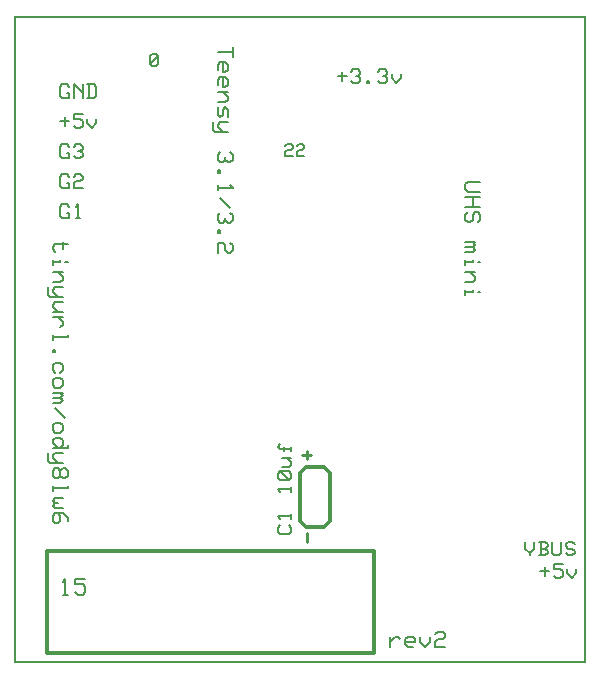
<source format=gto>
G04*
G04 Format:               Gerber RS-274X*
G04 Layer:                TopSilkscreen*
G04 This File Name:       TIUSBKeys.gto*
G04 Source File Name:     TIUSBKeys.rrb*
G04 Unique ID:            8966a901-4822-446d-b114-529644ef4203*
G04 Generated Date:       Saturday, 30 January 2016 18:51:44*
G04*
G04 Created Using:        Robot Room Copper Connection v2.9.5573*
G04 Software Contact:     http://www.robotroom.com/CopperConnection/Support.aspx*
G04 License Number:       1946*
G04*
G04 Zero Suppression:     Leading*
G04 Number Precision:     2.4*
G04*
%FSLAX24Y24*%
%MOIN*%
%LNTopSilkscreen*%
%ADD10C,.006*%
%ADD11C,.0071*%
%ADD12C,.0079*%
%ADD13C,.0105*%
%ADD14C,.012*%
%ADD15C,.037*%
%ADD16C,.056*%
%ADD17C,.065*%
%ADD18C,.075*%
%ADD19C,.15*%
%ADD20R,.006X.006*%
%ADD21R,.065X.065*%
D10*
G01X4500Y19931D02*
Y20186D01*
X4564Y20250D01*
X4691D01*
X4755Y20186D01*
Y19931D01*
X4691Y19868D01*
X4564D01*
X4500Y19931D01*
X4755Y20186D01*
X9000Y17186D02*
X9064Y17250D01*
X9191D01*
X9255Y17186D01*
Y17123D01*
X9191Y17059D01*
X9064D01*
X9000Y16995D01*
Y16867D01*
X9255D01*
X9382Y17186D02*
X9446Y17250D01*
X9574D01*
X9637Y17186D01*
Y17123D01*
X9574Y17059D01*
X9446D01*
X9382Y16995D01*
Y16867D01*
X9637D01*
D11*
X17300Y4000D02*
Y3775D01*
X17150Y3625D01*
X17000Y3775D01*
Y4000D01*
X17150Y3625D02*
Y3550D01*
X17450Y4000D02*
X17675D01*
X17750Y3925D01*
Y3850D01*
X17675Y3775D01*
X17525D01*
X17675D02*
X17750Y3700D01*
Y3625D01*
X17675Y3550D01*
X17450D01*
X17525Y4000D02*
Y3550D01*
X18200Y4000D02*
Y3625D01*
X18125Y3550D01*
X17975D01*
X17900Y3625D01*
Y4000D01*
X18350Y3625D02*
X18425Y3550D01*
X18575D01*
X18650Y3625D01*
Y3700D01*
X18575Y3775D01*
X18425D01*
X18350Y3850D01*
Y3925D01*
X18425Y4000D01*
X18575D01*
X18650Y3925D01*
X10750Y19525D02*
X11050D01*
X10900Y19675D02*
Y19375D01*
X11200Y19675D02*
X11275Y19750D01*
X11425D01*
X11500Y19675D01*
Y19600D01*
X11425Y19525D01*
X11350D01*
X11425D02*
X11500Y19450D01*
Y19375D01*
X11425Y19300D01*
X11275D01*
X11200Y19375D01*
X11725D02*
X11800Y19300D01*
X11725D01*
Y19375D01*
X11800D01*
Y19300D01*
X12100Y19675D02*
X12175Y19750D01*
X12325D01*
X12400Y19675D01*
Y19600D01*
X12325Y19525D01*
X12250D01*
X12325D02*
X12400Y19450D01*
Y19375D01*
X12325Y19300D01*
X12175D01*
X12100Y19375D01*
X12850Y19600D02*
Y19450D01*
X12700Y19300D01*
X12550Y19450D01*
Y19600D01*
X17500Y3025D02*
X17800D01*
X17650Y3175D02*
Y2875D01*
X18250Y3250D02*
X17950D01*
Y3100D01*
X18175D01*
X18250Y3025D01*
Y2875D01*
X18175Y2800D01*
X18025D01*
X17950Y2875D01*
X18700Y3100D02*
Y2950D01*
X18550Y2800D01*
X18400Y2950D01*
Y3100D01*
X9125Y4550D02*
X9200Y4475D01*
Y4325D01*
X9125Y4250D01*
X8825D01*
X8750Y4325D01*
Y4475D01*
X8825Y4550D01*
Y4775D02*
X8750Y4850D01*
X9200D01*
Y4775D02*
Y4925D01*
X8825Y5675D02*
X8750Y5750D01*
X9200D01*
Y5675D02*
Y5825D01*
X9125Y6050D02*
X8825D01*
X8750Y6125D01*
Y6275D01*
X8825Y6350D01*
X9125D01*
X9200Y6275D01*
Y6125D01*
X9125Y6050D01*
X8825Y6350D01*
X9050Y6800D02*
X9200Y6650D01*
Y6575D01*
X9125Y6500D01*
X8900D01*
Y6800D02*
X9200D01*
Y7100D02*
X8825D01*
X8750Y7175D01*
X8825Y7250D01*
X8975Y7025D02*
Y7175D01*
X9200Y7025D02*
Y7175D01*
X1500Y18025D02*
X1800D01*
X1650Y18175D02*
Y17875D01*
X2250Y18250D02*
X1950D01*
Y18100D01*
X2175D01*
X2250Y18025D01*
Y17875D01*
X2175Y17800D01*
X2025D01*
X1950Y17875D01*
X2700Y18100D02*
Y17950D01*
X2550Y17800D01*
X2400Y17950D01*
Y18100D01*
X1725Y18950D02*
X1800D01*
Y18800D01*
X1575D01*
X1500Y18875D01*
Y19175D01*
X1575Y19250D01*
X1725D01*
X1800Y19175D01*
X1950Y18800D02*
Y19250D01*
X2250Y18950D01*
Y19250D02*
Y18800D01*
X2400Y19250D02*
X2625D01*
X2700Y19175D01*
Y18875D01*
X2625Y18800D01*
X2400D01*
X2475Y19250D02*
Y18800D01*
X1725Y16950D02*
X1800D01*
Y16800D01*
X1575D01*
X1500Y16875D01*
Y17175D01*
X1575Y17250D01*
X1725D01*
X1800Y17175D01*
X1950D02*
X2025Y17250D01*
X2175D01*
X2250Y17175D01*
Y17100D01*
X2175Y17025D01*
X2100D01*
X2175D02*
X2250Y16950D01*
Y16875D01*
X2175Y16800D01*
X2025D01*
X1950Y16875D01*
X1725Y14950D02*
X1800D01*
Y14800D01*
X1575D01*
X1500Y14875D01*
Y15175D01*
X1575Y15250D01*
X1725D01*
X1800Y15175D01*
X2025D02*
X2100Y15250D01*
Y14800D01*
X2025D02*
X2175D01*
X1725Y15950D02*
X1800D01*
Y15800D01*
X1575D01*
X1500Y15875D01*
Y16175D01*
X1575Y16250D01*
X1725D01*
X1800Y16175D01*
X1950D02*
X2025Y16250D01*
X2175D01*
X2250Y16175D01*
Y16100D01*
X2175Y16025D01*
X2025D01*
X1950Y15950D01*
Y15800D01*
X2250D01*
D12*
X7250Y20500D02*
Y20165D01*
Y20332D02*
X6748D01*
Y19746D02*
Y19914D01*
X6831Y19998D01*
X6999D01*
X7082Y19914D01*
Y19746D01*
X6999Y19663D01*
X6915D01*
Y19998D01*
X6748Y19244D02*
Y19411D01*
X6831Y19495D01*
X6999D01*
X7082Y19411D01*
Y19244D01*
X6999Y19160D01*
X6915D01*
Y19495D01*
X7082Y18993D02*
X6748D01*
X6915D02*
X7082Y18825D01*
Y18741D01*
X6999Y18658D01*
X6748D01*
X7082Y18155D02*
Y18406D01*
X6999Y18490D01*
X6915Y18406D01*
Y18239D01*
X6831Y18155D01*
X6748Y18239D01*
Y18490D01*
X6915Y17653D02*
X6748Y17820D01*
Y17904D01*
X6831Y17988D01*
X7082D01*
Y17653D02*
X6664D01*
X6580Y17736D01*
Y17988D01*
X7166Y16982D02*
X7250Y16899D01*
Y16731D01*
X7166Y16648D01*
X7082D01*
X6999Y16731D01*
Y16815D01*
Y16731D02*
X6915Y16648D01*
X6831D01*
X6748Y16731D01*
Y16899D01*
X6831Y16982D01*
Y16396D02*
X6748Y16312D01*
Y16396D01*
X6831D01*
Y16312D01*
X6748D01*
X7166Y15894D02*
X7250Y15810D01*
X6748D01*
Y15894D02*
Y15726D01*
X7166Y15140D02*
X6831Y15475D01*
X7166Y14972D02*
X7250Y14889D01*
Y14721D01*
X7166Y14637D01*
X7082D01*
X6999Y14721D01*
Y14805D01*
Y14721D02*
X6915Y14637D01*
X6831D01*
X6748Y14721D01*
Y14889D01*
X6831Y14972D01*
Y14386D02*
X6748Y14302D01*
Y14386D01*
X6831D01*
Y14302D01*
X6748D01*
X7166Y13967D02*
X7250Y13884D01*
Y13716D01*
X7166Y13632D01*
X7082D01*
X6999Y13716D01*
Y13884D01*
X6915Y13967D01*
X6748D01*
Y13632D01*
X1584Y2666D02*
X1667Y2750D01*
Y2247D01*
X1584D02*
X1751D01*
X2337Y2750D02*
X2002D01*
Y2582D01*
X2254D01*
X2337Y2499D01*
Y2331D01*
X2254Y2247D01*
X2086D01*
X2002Y2331D01*
X15500Y15665D02*
X15081D01*
X14997Y15749D01*
Y15916D01*
X15081Y16000D01*
X15500D01*
Y15497D02*
X14997D01*
X15249D02*
Y15162D01*
X15500D02*
X14997D01*
X15081Y14995D02*
X14997Y14911D01*
Y14744D01*
X15081Y14660D01*
X15165D01*
X15249Y14744D01*
Y14911D01*
X15333Y14995D01*
X15416D01*
X15500Y14911D01*
Y14744D01*
X15416Y14660D01*
X15333Y13990D02*
X14997D01*
X15249D02*
X15333Y13906D01*
X15249Y13822D01*
X14997D01*
X15249D02*
X15333Y13739D01*
X15249Y13655D01*
X14997D01*
Y13404D02*
Y13236D01*
X15249Y13404D02*
Y13320D01*
X14997D01*
X15500D02*
X15416D01*
X15333Y12985D02*
X14997D01*
X15165D02*
X15333Y12818D01*
Y12734D01*
X15249Y12650D01*
X14997D01*
Y12399D02*
Y12231D01*
X15249Y12399D02*
Y12315D01*
X14997D01*
X15500D02*
X15416D01*
X12500Y832D02*
Y497D01*
Y665D02*
X12668Y832D01*
X12751D01*
X12835Y749D01*
X13254Y497D02*
X13086D01*
X13002Y581D01*
Y749D01*
X13086Y832D01*
X13254D01*
X13337Y749D01*
Y665D01*
X13002D01*
X13840Y832D02*
Y665D01*
X13672Y497D01*
X13505Y665D01*
Y832D01*
X14008Y916D02*
X14091Y1000D01*
X14259D01*
X14343Y916D01*
Y832D01*
X14259Y749D01*
X14091D01*
X14008Y665D01*
Y497D01*
X14343D01*
X1331Y13665D02*
X1247Y13749D01*
Y13832D01*
X1331Y13916D01*
X1750D01*
X1582Y14000D02*
Y13749D01*
X1247Y13414D02*
Y13246D01*
X1499Y13414D02*
Y13330D01*
X1247D01*
X1750D02*
X1666D01*
X1582Y12995D02*
X1247D01*
X1415D02*
X1582Y12828D01*
Y12744D01*
X1499Y12660D01*
X1247D01*
X1415Y12158D02*
X1247Y12325D01*
Y12409D01*
X1331Y12493D01*
X1582D01*
Y12158D02*
X1164D01*
X1080Y12241D01*
Y12493D01*
X1415Y11655D02*
X1247Y11823D01*
Y11906D01*
X1331Y11990D01*
X1582D01*
Y11655D02*
X1247D01*
X1582Y11488D02*
X1247D01*
X1415D02*
X1582Y11320D01*
Y11236D01*
X1499Y11153D01*
X1750Y10901D02*
Y10818D01*
X1247D01*
Y10901D02*
Y10734D01*
X1331Y10399D02*
X1247Y10315D01*
Y10399D01*
X1331D01*
Y10315D01*
X1247D01*
X1331Y9645D02*
X1247Y9729D01*
Y9896D01*
X1331Y9980D01*
X1499D01*
X1582Y9896D01*
Y9729D01*
X1499Y9645D01*
X1331Y9478D02*
X1499D01*
X1582Y9394D01*
Y9226D01*
X1499Y9143D01*
X1331D01*
X1247Y9226D01*
Y9394D01*
X1331Y9478D01*
X1582Y8975D02*
X1247D01*
X1499D02*
X1582Y8891D01*
X1499Y8808D01*
X1247D01*
X1499D02*
X1582Y8724D01*
X1499Y8640D01*
X1247D01*
X1666Y8138D02*
X1331Y8473D01*
Y7970D02*
X1499D01*
X1582Y7886D01*
Y7719D01*
X1499Y7635D01*
X1331D01*
X1247Y7719D01*
Y7886D01*
X1331Y7970D01*
X1750Y7216D02*
Y7133D01*
X1247D01*
X1415D02*
X1247Y7300D01*
Y7384D01*
X1331Y7468D01*
X1499D01*
X1582Y7384D01*
Y7216D01*
X1499Y7133D01*
X1415Y6630D02*
X1247Y6798D01*
Y6881D01*
X1331Y6965D01*
X1582D01*
Y6630D02*
X1164D01*
X1080Y6714D01*
Y6965D01*
X1499Y6211D02*
X1415Y6128D01*
X1331D01*
X1247Y6211D01*
Y6379D01*
X1331Y6463D01*
X1415D01*
X1499Y6379D01*
X1582Y6463D01*
X1666D01*
X1750Y6379D01*
Y6211D01*
X1666Y6128D01*
X1582D01*
X1499Y6211D01*
Y6379D01*
X1750Y5876D02*
Y5793D01*
X1247D01*
Y5876D02*
Y5709D01*
X1582Y5123D02*
X1331D01*
X1247Y5206D01*
X1331Y5290D01*
X1247Y5374D01*
X1331Y5458D01*
X1582D01*
X1415Y5290D02*
X1331D01*
X1415Y4955D02*
X1499Y4871D01*
Y4704D01*
X1415Y4620D01*
X1331D01*
X1247Y4704D01*
Y4871D01*
X1331Y4955D01*
X1415D01*
X1582D01*
X1750Y4787D01*
Y4704D01*
D13*
X9723Y6750D02*
Y7047D01*
X9574Y6899D02*
X9872D01*
X9723Y4000D02*
Y4298D01*
D14*
X1050Y300D02*
Y3700D01*
X11950D02*
X1050D01*
X11950D02*
Y300D01*
X1050D02*
X11950D01*
X9700Y6500D02*
X10300D01*
X10500Y6300D01*
Y4700D01*
X10300Y4500D01*
X9700D01*
X9500Y4700D01*
Y6300D01*
X9700Y6500D01*
%LPC*%
D15*
X14000Y9000D03*
X11000Y8000D03*
D16*
X12000Y5000D03*
X18000D03*
Y6000D03*
Y7000D03*
Y8000D03*
Y9000D03*
Y10000D03*
Y11000D03*
Y12000D03*
Y13000D03*
Y14000D03*
Y15000D03*
Y16000D03*
X12000Y6000D03*
Y7000D03*
Y8000D03*
Y9000D03*
Y10000D03*
Y11000D03*
Y12000D03*
Y13000D03*
Y14000D03*
Y15000D03*
Y16000D03*
X4000Y8000D03*
X10000D03*
Y9000D03*
Y10000D03*
Y11000D03*
Y12000D03*
Y13000D03*
Y14000D03*
Y15000D03*
Y16000D03*
Y17000D03*
Y18000D03*
Y19000D03*
Y20000D03*
Y21000D03*
X4000Y9000D03*
Y10000D03*
Y11000D03*
Y12000D03*
Y13000D03*
Y14000D03*
Y15000D03*
Y16000D03*
Y17000D03*
Y18000D03*
Y19000D03*
Y20000D03*
Y21000D03*
X10000Y6000D03*
Y5000D03*
D17*
X3000Y2500D03*
X4000Y1500D03*
Y2500D03*
X5000Y1500D03*
Y2500D03*
X6000Y1500D03*
Y2500D03*
X7000Y1500D03*
Y2500D03*
X8000Y1500D03*
Y2500D03*
X9000Y1500D03*
Y2500D03*
X10000Y1500D03*
Y2500D03*
D18*
X1000Y19000D03*
X17000Y3000D03*
X1000Y18000D03*
Y17000D03*
Y16000D03*
Y15000D03*
D19*
X1000Y20500D03*
X18000D03*
Y1000D03*
D21*
X3000Y1500D03*
%LPD*%
D20*
X0Y21500D02*
X19000D01*
Y0D01*
X0D01*
Y21500D01*
M02*

</source>
